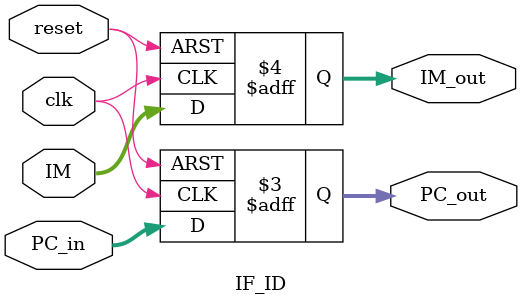
<source format=v>
`timescale 1ns / 1ps


module IF_ID(
     input clk, reset, 
     input [7:0] PC_in, IM,
     
     output reg [7:0] PC_out, IM_out

    );
    
    always @(posedge clk, negedge reset)
      begin 
         if(reset == 0)
           begin 
               PC_out = 8'b0;
               IM_out = 8'b0;
              
            end
         else 
           begin 
             PC_out = PC_in;
             IM_out = IM;
           end 
        end
        
             
endmodule

</source>
